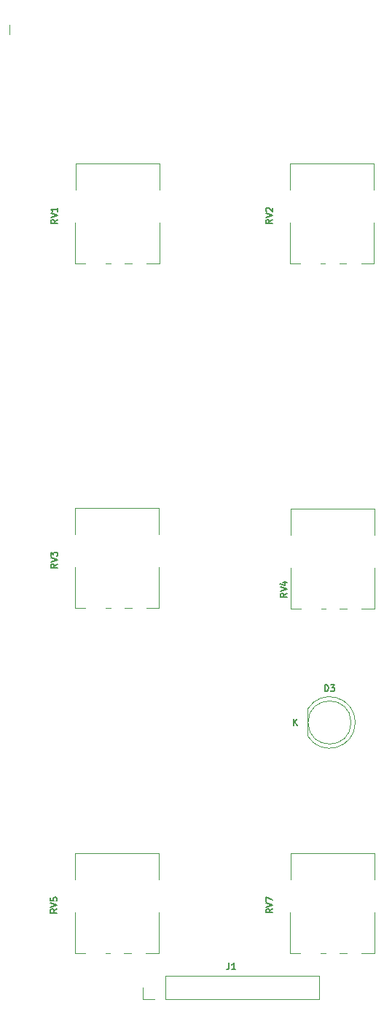
<source format=gbr>
%TF.GenerationSoftware,KiCad,Pcbnew,(5.1.9)-1*%
%TF.CreationDate,2021-08-22T20:59:49+01:00*%
%TF.ProjectId,KOSMOS Simple Mixer,4b4f534d-4f53-4205-9369-6d706c65204d,rev?*%
%TF.SameCoordinates,Original*%
%TF.FileFunction,Legend,Top*%
%TF.FilePolarity,Positive*%
%FSLAX46Y46*%
G04 Gerber Fmt 4.6, Leading zero omitted, Abs format (unit mm)*
G04 Created by KiCad (PCBNEW (5.1.9)-1) date 2021-08-22 20:59:49*
%MOMM*%
%LPD*%
G01*
G04 APERTURE LIST*
%ADD10C,0.120000*%
%ADD11C,0.150000*%
G04 APERTURE END LIST*
D10*
X16390000Y-14380000D02*
X16390000Y-13270000D01*
%TO.C,D3*%
X56060000Y-94190000D02*
G75*
G03*
X56060000Y-94190000I-2500000J0D01*
G01*
X51000000Y-92645000D02*
X51000000Y-95735000D01*
X56550000Y-94190462D02*
G75*
G03*
X51000000Y-92645170I-2990000J462D01*
G01*
X56550000Y-94189538D02*
G75*
G02*
X51000000Y-95734830I-2990000J-462D01*
G01*
%TO.C,J1*%
X31900000Y-126277000D02*
X31900000Y-124947000D01*
X33230000Y-126277000D02*
X31900000Y-126277000D01*
X34500000Y-126277000D02*
X34500000Y-123617000D01*
X34500000Y-123617000D02*
X52340000Y-123617000D01*
X34500000Y-126277000D02*
X52340000Y-126277000D01*
X52340000Y-126277000D02*
X52340000Y-123617000D01*
%TO.C,RV1*%
X33770000Y-29370000D02*
X24030000Y-29370000D01*
X33770000Y-40960000D02*
X32280000Y-40960000D01*
X33770000Y-32430000D02*
X33770000Y-29370000D01*
X24020000Y-40960000D02*
X24020000Y-36240000D01*
X24030000Y-32430000D02*
X24030000Y-29370000D01*
X33770000Y-40960000D02*
X33770000Y-36240000D01*
X25210000Y-40960000D02*
X24030000Y-40960000D01*
X28110000Y-40960000D02*
X27580000Y-40960000D01*
X30560000Y-40960000D02*
X29730000Y-40960000D01*
%TO.C,RV2*%
X55520000Y-40960000D02*
X54690000Y-40960000D01*
X53070000Y-40960000D02*
X52540000Y-40960000D01*
X50170000Y-40960000D02*
X48990000Y-40960000D01*
X58730000Y-40960000D02*
X58730000Y-36240000D01*
X48990000Y-32430000D02*
X48990000Y-29370000D01*
X48980000Y-40960000D02*
X48980000Y-36240000D01*
X58730000Y-32430000D02*
X58730000Y-29370000D01*
X58730000Y-40960000D02*
X57240000Y-40960000D01*
X58730000Y-29370000D02*
X48990000Y-29370000D01*
%TO.C,RV3*%
X33760000Y-69330000D02*
X24020000Y-69330000D01*
X33760000Y-80920000D02*
X32270000Y-80920000D01*
X33760000Y-72390000D02*
X33760000Y-69330000D01*
X24010000Y-80920000D02*
X24010000Y-76200000D01*
X24020000Y-72390000D02*
X24020000Y-69330000D01*
X33760000Y-80920000D02*
X33760000Y-76200000D01*
X25200000Y-80920000D02*
X24020000Y-80920000D01*
X28100000Y-80920000D02*
X27570000Y-80920000D01*
X30550000Y-80920000D02*
X29720000Y-80920000D01*
%TO.C,RV4*%
X55560000Y-80950000D02*
X54730000Y-80950000D01*
X53110000Y-80950000D02*
X52580000Y-80950000D01*
X50210000Y-80950000D02*
X49030000Y-80950000D01*
X58770000Y-80950000D02*
X58770000Y-76230000D01*
X49030000Y-72420000D02*
X49030000Y-69360000D01*
X49020000Y-80950000D02*
X49020000Y-76230000D01*
X58770000Y-72420000D02*
X58770000Y-69360000D01*
X58770000Y-80950000D02*
X57280000Y-80950000D01*
X58770000Y-69360000D02*
X49030000Y-69360000D01*
%TO.C,RV5*%
X30520000Y-120950000D02*
X29690000Y-120950000D01*
X28070000Y-120950000D02*
X27540000Y-120950000D01*
X25170000Y-120950000D02*
X23990000Y-120950000D01*
X33730000Y-120950000D02*
X33730000Y-116230000D01*
X23990000Y-112420000D02*
X23990000Y-109360000D01*
X23980000Y-120950000D02*
X23980000Y-116230000D01*
X33730000Y-112420000D02*
X33730000Y-109360000D01*
X33730000Y-120950000D02*
X32240000Y-120950000D01*
X33730000Y-109360000D02*
X23990000Y-109360000D01*
%TO.C,RV7*%
X58750000Y-109340000D02*
X49010000Y-109340000D01*
X58750000Y-120930000D02*
X57260000Y-120930000D01*
X58750000Y-112400000D02*
X58750000Y-109340000D01*
X49000000Y-120930000D02*
X49000000Y-116210000D01*
X49010000Y-112400000D02*
X49010000Y-109340000D01*
X58750000Y-120930000D02*
X58750000Y-116210000D01*
X50190000Y-120930000D02*
X49010000Y-120930000D01*
X53090000Y-120930000D02*
X52560000Y-120930000D01*
X55540000Y-120930000D02*
X54710000Y-120930000D01*
%TO.C,D3*%
D11*
X53006428Y-90569285D02*
X53006428Y-89819285D01*
X53185000Y-89819285D01*
X53292142Y-89855000D01*
X53363571Y-89926428D01*
X53399285Y-89997857D01*
X53435000Y-90140714D01*
X53435000Y-90247857D01*
X53399285Y-90390714D01*
X53363571Y-90462142D01*
X53292142Y-90533571D01*
X53185000Y-90569285D01*
X53006428Y-90569285D01*
X53685000Y-89819285D02*
X54149285Y-89819285D01*
X53899285Y-90105000D01*
X54006428Y-90105000D01*
X54077857Y-90140714D01*
X54113571Y-90176428D01*
X54149285Y-90247857D01*
X54149285Y-90426428D01*
X54113571Y-90497857D01*
X54077857Y-90533571D01*
X54006428Y-90569285D01*
X53792142Y-90569285D01*
X53720714Y-90533571D01*
X53685000Y-90497857D01*
X49393571Y-94529285D02*
X49393571Y-93779285D01*
X49822142Y-94529285D02*
X49500714Y-94100714D01*
X49822142Y-93779285D02*
X49393571Y-94207857D01*
%TO.C,J1*%
X41870000Y-122079285D02*
X41870000Y-122615000D01*
X41834285Y-122722142D01*
X41762857Y-122793571D01*
X41655714Y-122829285D01*
X41584285Y-122829285D01*
X42620000Y-122829285D02*
X42191428Y-122829285D01*
X42405714Y-122829285D02*
X42405714Y-122079285D01*
X42334285Y-122186428D01*
X42262857Y-122257857D01*
X42191428Y-122293571D01*
%TO.C,RV1*%
X21939285Y-35836428D02*
X21582142Y-36086428D01*
X21939285Y-36265000D02*
X21189285Y-36265000D01*
X21189285Y-35979285D01*
X21225000Y-35907857D01*
X21260714Y-35872142D01*
X21332142Y-35836428D01*
X21439285Y-35836428D01*
X21510714Y-35872142D01*
X21546428Y-35907857D01*
X21582142Y-35979285D01*
X21582142Y-36265000D01*
X21189285Y-35622142D02*
X21939285Y-35372142D01*
X21189285Y-35122142D01*
X21939285Y-34479285D02*
X21939285Y-34907857D01*
X21939285Y-34693571D02*
X21189285Y-34693571D01*
X21296428Y-34765000D01*
X21367857Y-34836428D01*
X21403571Y-34907857D01*
%TO.C,RV2*%
X46899285Y-35836428D02*
X46542142Y-36086428D01*
X46899285Y-36265000D02*
X46149285Y-36265000D01*
X46149285Y-35979285D01*
X46185000Y-35907857D01*
X46220714Y-35872142D01*
X46292142Y-35836428D01*
X46399285Y-35836428D01*
X46470714Y-35872142D01*
X46506428Y-35907857D01*
X46542142Y-35979285D01*
X46542142Y-36265000D01*
X46149285Y-35622142D02*
X46899285Y-35372142D01*
X46149285Y-35122142D01*
X46220714Y-34907857D02*
X46185000Y-34872142D01*
X46149285Y-34800714D01*
X46149285Y-34622142D01*
X46185000Y-34550714D01*
X46220714Y-34515000D01*
X46292142Y-34479285D01*
X46363571Y-34479285D01*
X46470714Y-34515000D01*
X46899285Y-34943571D01*
X46899285Y-34479285D01*
%TO.C,RV3*%
X21929285Y-75796428D02*
X21572142Y-76046428D01*
X21929285Y-76225000D02*
X21179285Y-76225000D01*
X21179285Y-75939285D01*
X21215000Y-75867857D01*
X21250714Y-75832142D01*
X21322142Y-75796428D01*
X21429285Y-75796428D01*
X21500714Y-75832142D01*
X21536428Y-75867857D01*
X21572142Y-75939285D01*
X21572142Y-76225000D01*
X21179285Y-75582142D02*
X21929285Y-75332142D01*
X21179285Y-75082142D01*
X21179285Y-74903571D02*
X21179285Y-74439285D01*
X21465000Y-74689285D01*
X21465000Y-74582142D01*
X21500714Y-74510714D01*
X21536428Y-74475000D01*
X21607857Y-74439285D01*
X21786428Y-74439285D01*
X21857857Y-74475000D01*
X21893571Y-74510714D01*
X21929285Y-74582142D01*
X21929285Y-74796428D01*
X21893571Y-74867857D01*
X21857857Y-74903571D01*
%TO.C,RV4*%
X48599285Y-79186428D02*
X48242142Y-79436428D01*
X48599285Y-79615000D02*
X47849285Y-79615000D01*
X47849285Y-79329285D01*
X47885000Y-79257857D01*
X47920714Y-79222142D01*
X47992142Y-79186428D01*
X48099285Y-79186428D01*
X48170714Y-79222142D01*
X48206428Y-79257857D01*
X48242142Y-79329285D01*
X48242142Y-79615000D01*
X47849285Y-78972142D02*
X48599285Y-78722142D01*
X47849285Y-78472142D01*
X48099285Y-77900714D02*
X48599285Y-77900714D01*
X47813571Y-78079285D02*
X48349285Y-78257857D01*
X48349285Y-77793571D01*
%TO.C,RV5*%
X21899285Y-115826428D02*
X21542142Y-116076428D01*
X21899285Y-116255000D02*
X21149285Y-116255000D01*
X21149285Y-115969285D01*
X21185000Y-115897857D01*
X21220714Y-115862142D01*
X21292142Y-115826428D01*
X21399285Y-115826428D01*
X21470714Y-115862142D01*
X21506428Y-115897857D01*
X21542142Y-115969285D01*
X21542142Y-116255000D01*
X21149285Y-115612142D02*
X21899285Y-115362142D01*
X21149285Y-115112142D01*
X21149285Y-114505000D02*
X21149285Y-114862142D01*
X21506428Y-114897857D01*
X21470714Y-114862142D01*
X21435000Y-114790714D01*
X21435000Y-114612142D01*
X21470714Y-114540714D01*
X21506428Y-114505000D01*
X21577857Y-114469285D01*
X21756428Y-114469285D01*
X21827857Y-114505000D01*
X21863571Y-114540714D01*
X21899285Y-114612142D01*
X21899285Y-114790714D01*
X21863571Y-114862142D01*
X21827857Y-114897857D01*
%TO.C,RV7*%
X46919285Y-115806428D02*
X46562142Y-116056428D01*
X46919285Y-116235000D02*
X46169285Y-116235000D01*
X46169285Y-115949285D01*
X46205000Y-115877857D01*
X46240714Y-115842142D01*
X46312142Y-115806428D01*
X46419285Y-115806428D01*
X46490714Y-115842142D01*
X46526428Y-115877857D01*
X46562142Y-115949285D01*
X46562142Y-116235000D01*
X46169285Y-115592142D02*
X46919285Y-115342142D01*
X46169285Y-115092142D01*
X46169285Y-114913571D02*
X46169285Y-114413571D01*
X46919285Y-114735000D01*
%TD*%
M02*

</source>
